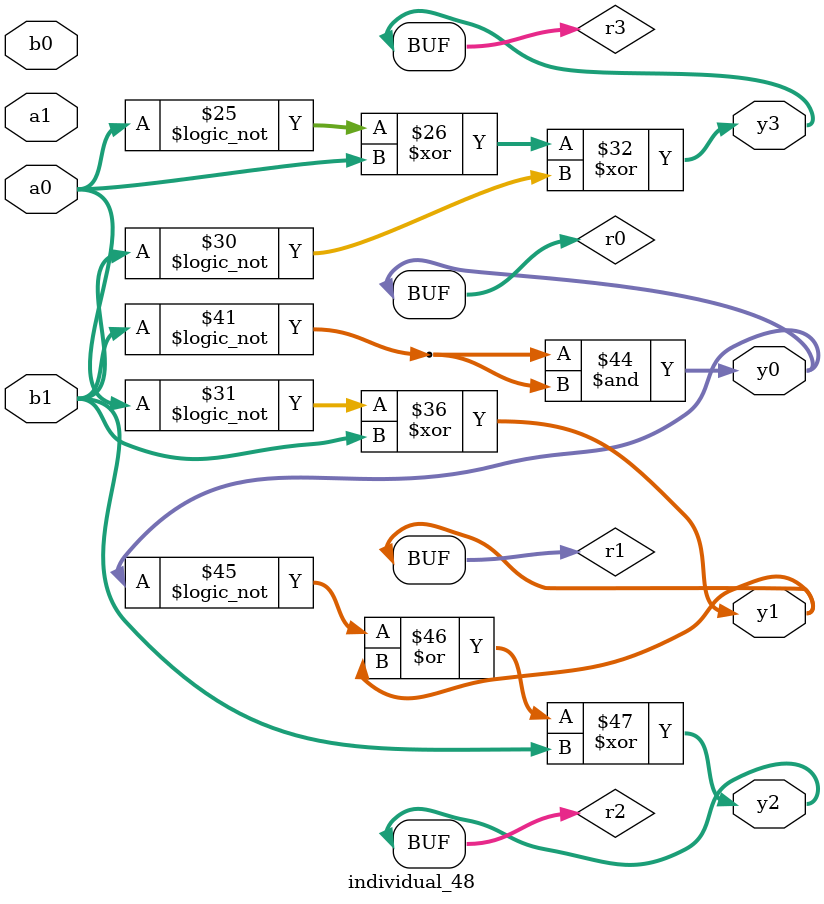
<source format=sv>
module individual_48(input logic [15:0] a1, input logic [15:0] a0, input logic [15:0] b1, input logic [15:0] b0, output logic [15:0] y3, output logic [15:0] y2, output logic [15:0] y1, output logic [15:0] y0);
logic [15:0] r0, r1, r2, r3; 
 always@(*) begin 
	 r0 = a0; r1 = a1; r2 = b0; r3 = b1; 
 	 r0 = ! b1 ;
 	 r1  |=  r2 ;
 	 r1  |=  b0 ;
 	 r2 = ! r1 ;
 	 r0  &=  r0 ;
 	 r0  ^=  a0 ;
 	 r1  &=  a1 ;
 	 r1  ^=  r1 ;
 	 r3  |=  a0 ;
 	 r3  &=  b0 ;
 	 r3  ^=  r2 ;
 	 r0  &=  a0 ;
 	 r1 = ! r1 ;
 	 r2  ^=  r1 ;
 	 r3  ^=  a1 ;
 	 r0  ^=  r2 ;
 	 r3  |=  r1 ;
 	 r2  ^=  r1 ;
 	 r2  &=  b1 ;
 	 r2 = ! b0 ;
 	 r1  ^=  a1 ;
 	 r2 = ! r3 ;
 	 r3  ^=  r2 ;
 	 r3 = ! a0 ;
 	 r3  ^=  a0 ;
 	 r2 = ! a1 ;
 	 r0 = ! a1 ;
 	 r1  ^=  b0 ;
 	 r2 = ! b1 ;
 	 r1 = ! a0 ;
 	 r3  ^=  r2 ;
 	 r0  &=  b1 ;
 	 r0 = ! a1 ;
 	 r2 = ! r2 ;
 	 r1  ^=  b1 ;
 	 r0 = ! r2 ;
 	 r2  ^=  a1 ;
 	 r0  &=  a0 ;
 	 r2  |=  r0 ;
 	 r0 = ! b1 ;
 	 r2 = ! r0 ;
 	 r2  ^=  a0 ;
 	 r0  &=  r0 ;
 	 r2 = ! r0 ;
 	 r2  |=  r1 ;
 	 r2  ^=  b1 ;
 	 y3 = r3; y2 = r2; y1 = r1; y0 = r0; 
end
endmodule
</source>
